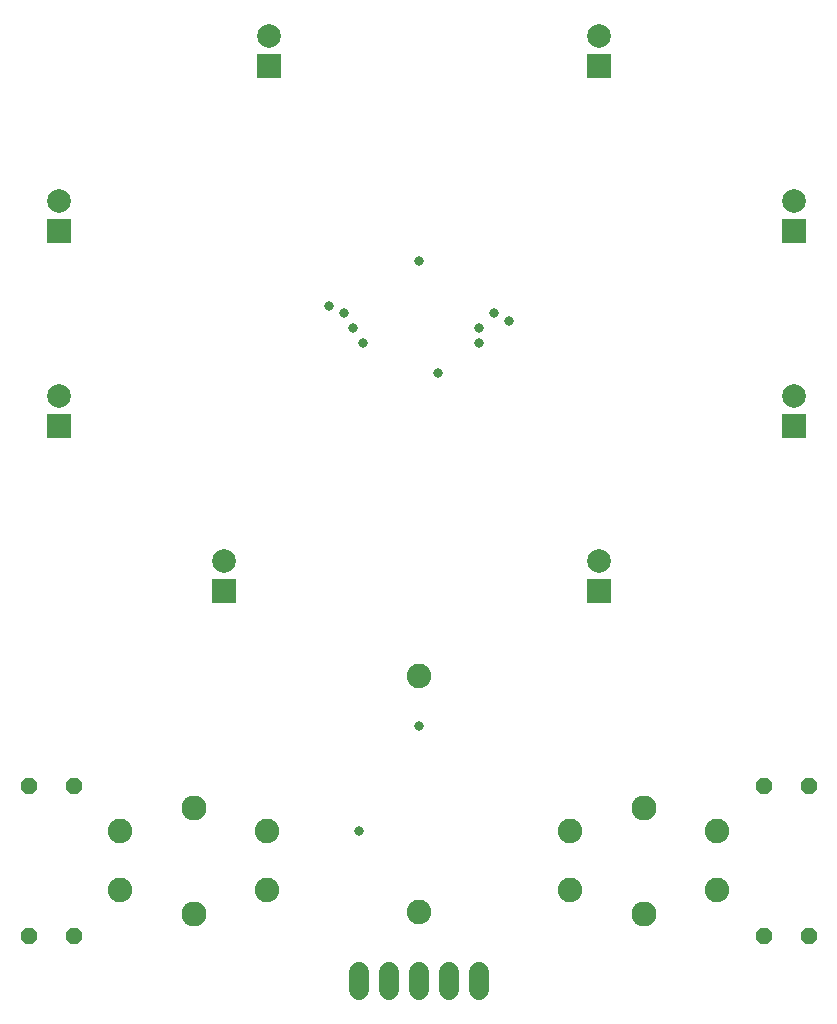
<source format=gbr>
G04 EAGLE Gerber X2 export*
%TF.Part,Single*%
%TF.FileFunction,Soldermask,Bot,1*%
%TF.FilePolarity,Negative*%
%TF.GenerationSoftware,Autodesk,EAGLE,8.7.0*%
%TF.CreationDate,2018-04-04T18:07:55Z*%
G75*
%MOMM*%
%FSLAX34Y34*%
%LPD*%
%AMOC8*
5,1,8,0,0,1.08239X$1,22.5*%
G01*
%ADD10C,2.077000*%
%ADD11R,2.006600X2.006600*%
%ADD12C,2.006600*%
%ADD13C,2.127000*%
%ADD14C,1.651000*%
%ADD15P,1.457113X8X112.500000*%
%ADD16C,0.832600*%


D10*
X444500Y296300D03*
X444500Y96300D03*
D11*
X596900Y812800D03*
D12*
X596900Y838200D03*
D11*
X762000Y673100D03*
D12*
X762000Y698500D03*
D13*
X635000Y184700D03*
X635000Y94700D03*
D10*
X697500Y114700D03*
X572500Y114700D03*
X697500Y164700D03*
X572500Y164700D03*
D13*
X254000Y184700D03*
X254000Y94700D03*
D10*
X316500Y114700D03*
X191500Y114700D03*
X316500Y164700D03*
X191500Y164700D03*
D11*
X762000Y508000D03*
D12*
X762000Y533400D03*
D11*
X596900Y368300D03*
D12*
X596900Y393700D03*
D11*
X139700Y508000D03*
D12*
X139700Y533400D03*
D11*
X279400Y368300D03*
D12*
X279400Y393700D03*
D11*
X317500Y812800D03*
D12*
X317500Y838200D03*
D11*
X139700Y673100D03*
D12*
X139700Y698500D03*
D14*
X393700Y45720D02*
X393700Y30480D01*
X419100Y30480D02*
X419100Y45720D01*
X444500Y45720D02*
X444500Y30480D01*
X469900Y30480D02*
X469900Y45720D01*
X495300Y45720D02*
X495300Y30480D01*
D15*
X152400Y76200D03*
X152400Y203200D03*
X114300Y76200D03*
X114300Y203200D03*
X736600Y76200D03*
X736600Y203200D03*
X774700Y76200D03*
X774700Y203200D03*
D16*
X444500Y254000D03*
X508000Y603250D03*
X393700Y165100D03*
X381000Y603250D03*
X397510Y577850D03*
X461010Y552450D03*
X388620Y590550D03*
X495300Y577850D03*
X520700Y596900D03*
X444500Y647700D03*
X368300Y609600D03*
X495300Y590550D03*
M02*

</source>
